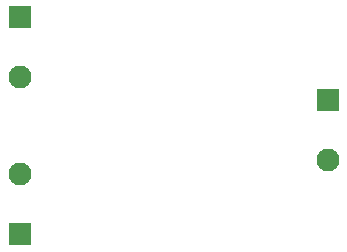
<source format=gbr>
G04 #@! TF.GenerationSoftware,KiCad,Pcbnew,8.0.6*
G04 #@! TF.CreationDate,2025-03-14T18:00:41+01:00*
G04 #@! TF.ProjectId,TENG_PCB,54454e47-5f50-4434-922e-6b696361645f,rev?*
G04 #@! TF.SameCoordinates,Original*
G04 #@! TF.FileFunction,Soldermask,Bot*
G04 #@! TF.FilePolarity,Negative*
%FSLAX46Y46*%
G04 Gerber Fmt 4.6, Leading zero omitted, Abs format (unit mm)*
G04 Created by KiCad (PCBNEW 8.0.6) date 2025-03-14 18:00:41*
%MOMM*%
%LPD*%
G01*
G04 APERTURE LIST*
%ADD10R,1.950000X1.950000*%
%ADD11C,1.950000*%
G04 APERTURE END LIST*
D10*
X129830000Y-88230000D03*
D11*
X129830000Y-83150000D03*
D10*
X155900000Y-76850000D03*
D11*
X155900000Y-81930000D03*
D10*
X129830000Y-69840000D03*
D11*
X129830000Y-74920000D03*
M02*

</source>
